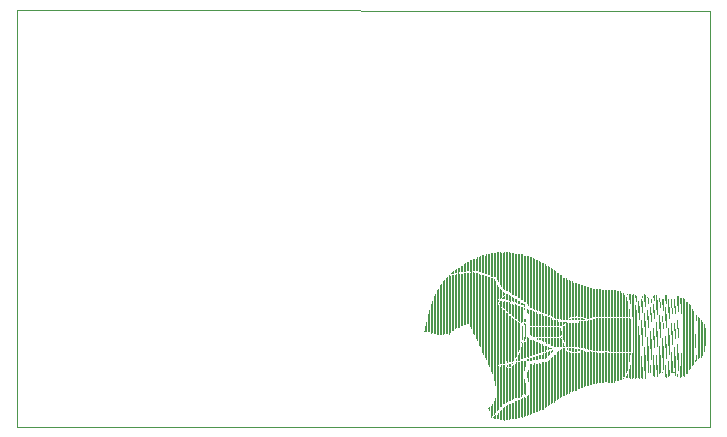
<source format=gbo>
G75*
%MOIN*%
%OFA0B0*%
%FSLAX25Y25*%
%IPPOS*%
%LPD*%
%AMOC8*
5,1,8,0,0,1.08239X$1,22.5*
%
%ADD10C,0.00000*%
%ADD11R,0.00333X0.06000*%
%ADD12R,0.00333X0.09330*%
%ADD13R,0.00334X0.11000*%
%ADD14R,0.00333X0.11660*%
%ADD15R,0.00333X0.12340*%
%ADD16R,0.00334X0.12670*%
%ADD17R,0.00333X0.13330*%
%ADD18R,0.00333X0.14000*%
%ADD19R,0.00334X0.07340*%
%ADD20R,0.00334X0.06000*%
%ADD21R,0.00333X0.02330*%
%ADD22R,0.00333X0.02000*%
%ADD23R,0.00333X0.00660*%
%ADD24R,0.00333X0.04670*%
%ADD25R,0.00334X0.13000*%
%ADD26R,0.00333X0.17670*%
%ADD27R,0.00333X0.19000*%
%ADD28R,0.00334X0.20000*%
%ADD29R,0.00333X0.21340*%
%ADD30R,0.00333X0.22000*%
%ADD31R,0.00334X0.23000*%
%ADD32R,0.00333X0.23670*%
%ADD33R,0.00333X0.24330*%
%ADD34R,0.00334X0.25000*%
%ADD35R,0.00333X0.25670*%
%ADD36R,0.00333X0.26000*%
%ADD37R,0.00334X0.26330*%
%ADD38R,0.00333X0.08330*%
%ADD39R,0.00333X0.05660*%
%ADD40R,0.00333X0.04000*%
%ADD41R,0.00334X0.04000*%
%ADD42R,0.00334X0.01660*%
%ADD43R,0.00333X0.06330*%
%ADD44R,0.00333X0.03660*%
%ADD45R,0.00333X0.05340*%
%ADD46R,0.00333X0.01000*%
%ADD47R,0.00333X0.03000*%
%ADD48R,0.00333X0.03340*%
%ADD49R,0.00334X0.04330*%
%ADD50R,0.00334X0.03000*%
%ADD51R,0.00334X0.01330*%
%ADD52R,0.00333X0.06670*%
%ADD53R,0.00333X0.02660*%
%ADD54R,0.00333X0.07000*%
%ADD55R,0.00333X0.02340*%
%ADD56R,0.00334X0.00330*%
%ADD57R,0.00334X0.05660*%
%ADD58R,0.00334X0.01670*%
%ADD59R,0.00334X0.00660*%
%ADD60R,0.00333X0.04330*%
%ADD61R,0.00334X0.08000*%
%ADD62R,0.00333X0.06340*%
%ADD63R,0.00333X0.05330*%
%ADD64R,0.00333X0.05670*%
%ADD65R,0.00334X0.05340*%
%ADD66R,0.00333X0.01340*%
%ADD67R,0.00333X0.05000*%
%ADD68R,0.00333X0.01670*%
%ADD69R,0.00334X0.06670*%
%ADD70R,0.00334X0.03340*%
%ADD71R,0.00334X0.04340*%
%ADD72R,0.00333X0.07670*%
%ADD73R,0.00333X0.03670*%
%ADD74R,0.00333X0.00330*%
%ADD75R,0.00334X0.03330*%
%ADD76R,0.00334X0.05330*%
%ADD77R,0.00333X0.09660*%
%ADD78R,0.00333X0.04660*%
%ADD79R,0.00333X0.01330*%
%ADD80R,0.00334X0.07670*%
%ADD81R,0.00334X0.04660*%
%ADD82R,0.00334X0.03670*%
%ADD83R,0.00333X0.00340*%
%ADD84R,0.00334X0.09000*%
%ADD85R,0.00333X0.02670*%
%ADD86R,0.00334X0.05000*%
%ADD87R,0.00334X0.02670*%
%ADD88R,0.00333X0.09000*%
%ADD89R,0.00334X0.06340*%
%ADD90R,0.00334X0.00340*%
%ADD91R,0.00334X0.05670*%
%ADD92R,0.00333X0.07340*%
%ADD93R,0.00334X0.04670*%
%ADD94R,0.00334X0.01000*%
%ADD95R,0.00333X0.14340*%
%ADD96R,0.00333X0.17340*%
%ADD97R,0.00333X0.22670*%
%ADD98R,0.00333X0.24340*%
%ADD99R,0.00334X0.26000*%
%ADD100R,0.00333X0.28000*%
%ADD101R,0.00333X0.08340*%
%ADD102R,0.00333X0.07660*%
%ADD103R,0.00333X0.04340*%
%ADD104R,0.00333X0.00670*%
%ADD105R,0.00333X0.11000*%
%ADD106R,0.00333X0.03330*%
%ADD107R,0.00333X0.11330*%
%ADD108R,0.00334X0.02000*%
%ADD109R,0.00334X0.11330*%
%ADD110R,0.00333X0.06660*%
%ADD111R,0.00334X0.07330*%
%ADD112R,0.00333X0.08000*%
%ADD113R,0.00334X0.08670*%
%ADD114R,0.00334X0.08330*%
%ADD115R,0.00333X0.08660*%
%ADD116R,0.00334X0.08660*%
%ADD117R,0.00333X0.09340*%
%ADD118R,0.00334X0.09340*%
%ADD119R,0.00333X0.09670*%
%ADD120R,0.00334X0.09670*%
%ADD121R,0.00334X0.10000*%
%ADD122R,0.00333X0.10000*%
%ADD123R,0.00334X0.10330*%
%ADD124R,0.00333X0.10330*%
%ADD125R,0.00334X0.09330*%
%ADD126R,0.00333X0.10670*%
%ADD127R,0.00334X0.10670*%
%ADD128R,0.00334X0.10340*%
%ADD129R,0.00333X0.10340*%
%ADD130R,0.00334X0.11660*%
%ADD131R,0.00333X0.12000*%
%ADD132R,0.00334X0.12000*%
%ADD133R,0.00333X0.11670*%
%ADD134R,0.00333X0.10660*%
%ADD135R,0.00334X0.00670*%
%ADD136R,0.00334X0.10660*%
%ADD137R,0.00333X0.12330*%
%ADD138R,0.00333X0.12670*%
%ADD139R,0.00333X0.13000*%
%ADD140R,0.00333X0.13670*%
%ADD141R,0.00334X0.13670*%
%ADD142R,0.00333X0.13660*%
%ADD143R,0.00333X0.14660*%
%ADD144R,0.00334X0.15330*%
%ADD145R,0.00334X0.07000*%
%ADD146R,0.00334X0.14000*%
%ADD147R,0.00333X0.16000*%
%ADD148R,0.00333X0.14330*%
%ADD149R,0.00333X0.01660*%
%ADD150R,0.00334X0.16330*%
%ADD151R,0.00334X0.02330*%
%ADD152R,0.00334X0.14660*%
%ADD153R,0.00333X0.15000*%
%ADD154R,0.00333X0.16330*%
%ADD155R,0.00333X0.14670*%
%ADD156R,0.00334X0.16670*%
%ADD157R,0.00334X0.15000*%
%ADD158R,0.00333X0.15330*%
%ADD159R,0.00334X0.16000*%
%ADD160R,0.00334X0.15340*%
%ADD161R,0.00333X0.15660*%
%ADD162R,0.00333X0.15670*%
%ADD163R,0.00334X0.15670*%
%ADD164R,0.00334X0.15660*%
%ADD165R,0.00334X0.02340*%
%ADD166R,0.00334X0.02660*%
%ADD167R,0.00333X0.16340*%
%ADD168R,0.00334X0.16340*%
%ADD169R,0.00333X0.15340*%
%ADD170R,0.00333X0.16660*%
%ADD171R,0.00334X0.01340*%
%ADD172R,0.00334X0.03660*%
%ADD173R,0.00333X0.16670*%
%ADD174R,0.00334X0.16660*%
%ADD175R,0.00333X0.17000*%
%ADD176R,0.00334X0.17000*%
%ADD177R,0.00334X0.06660*%
%ADD178R,0.00334X0.06330*%
%ADD179R,0.00334X0.11670*%
%ADD180R,0.00334X0.07660*%
%ADD181R,0.00334X0.14670*%
%ADD182R,0.00333X0.11340*%
%ADD183R,0.00334X0.11340*%
%ADD184R,0.00334X0.13330*%
%ADD185R,0.00334X0.12330*%
%ADD186R,0.00334X0.12660*%
%ADD187R,0.00333X0.18000*%
%ADD188R,0.00333X0.12660*%
%ADD189R,0.00334X0.13340*%
%ADD190R,0.00334X0.18330*%
%ADD191R,0.00333X0.18670*%
%ADD192R,0.00334X0.19330*%
%ADD193R,0.00333X0.19670*%
%ADD194R,0.00333X0.42000*%
%ADD195R,0.00334X0.43000*%
%ADD196R,0.00333X0.35000*%
%ADD197R,0.00333X0.34000*%
%ADD198R,0.00334X0.32660*%
%ADD199R,0.00333X0.32000*%
%ADD200R,0.00333X0.31340*%
%ADD201R,0.00334X0.30340*%
%ADD202R,0.00333X0.30000*%
%ADD203R,0.00333X0.29330*%
%ADD204R,0.00334X0.28330*%
%ADD205R,0.00333X0.27330*%
%ADD206R,0.00334X0.26660*%
%ADD207R,0.00333X0.26340*%
%ADD208R,0.00334X0.23330*%
%ADD209R,0.00333X0.22660*%
%ADD210R,0.00334X0.21330*%
%ADD211R,0.00333X0.20660*%
%ADD212R,0.00333X0.20340*%
%ADD213R,0.00334X0.19670*%
%ADD214R,0.00334X0.17330*%
%ADD215R,0.00333X0.17330*%
%ADD216R,0.00333X0.17660*%
%ADD217R,0.00334X0.17670*%
%ADD218R,0.00334X0.18000*%
%ADD219R,0.00333X0.18340*%
%ADD220R,0.00334X0.18660*%
%ADD221R,0.00334X0.17660*%
D10*
X0021800Y0021800D02*
X0021800Y0160501D01*
X0252745Y0160343D01*
X0252745Y0021800D01*
X0021800Y0021800D01*
D11*
X0177134Y0075966D03*
X0177466Y0075966D03*
X0190134Y0027966D03*
X0189466Y0027636D03*
X0189134Y0027636D03*
X0188466Y0027306D03*
X0188134Y0027306D03*
X0251466Y0051636D03*
D12*
X0251134Y0051301D03*
X0216466Y0062971D03*
X0216134Y0062971D03*
X0215466Y0062971D03*
X0215134Y0062971D03*
X0212134Y0052301D03*
X0211466Y0052301D03*
X0182134Y0075301D03*
D13*
X0208800Y0063806D03*
X0214800Y0052466D03*
X0215800Y0052466D03*
X0216800Y0052466D03*
X0217800Y0052466D03*
X0218800Y0052466D03*
X0229800Y0043466D03*
X0213800Y0041136D03*
X0186800Y0036136D03*
X0250800Y0051136D03*
D14*
X0250466Y0051136D03*
X0212466Y0041136D03*
X0212134Y0041136D03*
X0211466Y0041136D03*
X0188134Y0037136D03*
X0207466Y0064136D03*
X0183466Y0074136D03*
D15*
X0208134Y0040136D03*
X0208466Y0040136D03*
X0250134Y0051136D03*
D16*
X0249800Y0051301D03*
X0207800Y0039971D03*
D17*
X0249466Y0051301D03*
X0186134Y0073301D03*
X0161466Y0059301D03*
D18*
X0187466Y0072636D03*
X0205134Y0064306D03*
X0205466Y0039636D03*
X0249134Y0051306D03*
D19*
X0248800Y0047636D03*
X0224800Y0042636D03*
D20*
X0226800Y0040966D03*
X0232800Y0042636D03*
X0238800Y0043636D03*
X0248800Y0055636D03*
X0191800Y0047636D03*
X0188800Y0027636D03*
D21*
X0191466Y0042801D03*
X0197466Y0047801D03*
X0200466Y0056471D03*
X0201134Y0056471D03*
X0184134Y0062471D03*
X0170466Y0074471D03*
X0158134Y0054471D03*
X0236466Y0062471D03*
X0240466Y0060471D03*
X0243134Y0063801D03*
X0248466Y0044801D03*
D22*
X0239466Y0039636D03*
X0237466Y0055306D03*
X0232466Y0063636D03*
X0234466Y0064636D03*
X0228466Y0064306D03*
X0226134Y0064966D03*
X0248466Y0057966D03*
X0202134Y0056306D03*
X0201466Y0056306D03*
X0199466Y0050306D03*
X0199134Y0050306D03*
X0198466Y0045636D03*
X0198134Y0045306D03*
X0197466Y0045306D03*
X0192134Y0038966D03*
X0182466Y0025306D03*
X0183466Y0062636D03*
X0185134Y0064966D03*
X0185466Y0064966D03*
X0170134Y0074306D03*
D23*
X0184134Y0064636D03*
X0182466Y0063636D03*
X0190134Y0062636D03*
X0190466Y0062636D03*
X0207134Y0057636D03*
X0207466Y0057636D03*
X0208134Y0057636D03*
X0208466Y0057636D03*
X0209134Y0057636D03*
X0209466Y0057636D03*
X0210134Y0057636D03*
X0210466Y0057636D03*
X0205466Y0047636D03*
X0200134Y0046636D03*
X0248134Y0043636D03*
D24*
X0248134Y0050301D03*
X0240466Y0051301D03*
X0238466Y0056971D03*
X0238134Y0059301D03*
X0239134Y0061971D03*
X0231134Y0057301D03*
X0194466Y0047971D03*
X0188466Y0059971D03*
X0175466Y0075971D03*
X0185134Y0026301D03*
D25*
X0206800Y0039806D03*
X0205800Y0064136D03*
X0247800Y0051136D03*
D26*
X0247466Y0051471D03*
X0169466Y0063801D03*
X0169134Y0063801D03*
X0168134Y0063471D03*
X0164134Y0061471D03*
D27*
X0165466Y0062136D03*
X0166466Y0062466D03*
X0173466Y0063806D03*
X0183134Y0052136D03*
X0247134Y0051466D03*
D28*
X0246800Y0051636D03*
X0228800Y0047966D03*
D29*
X0246466Y0051636D03*
D30*
X0246134Y0051636D03*
X0175134Y0061966D03*
D31*
X0245800Y0051466D03*
D32*
X0245466Y0051471D03*
X0176134Y0060801D03*
D33*
X0176466Y0060471D03*
X0245134Y0051471D03*
D34*
X0244800Y0051466D03*
X0176800Y0060136D03*
D35*
X0177134Y0059471D03*
X0244466Y0051471D03*
D36*
X0244134Y0051636D03*
D37*
X0243800Y0051471D03*
D38*
X0243466Y0042471D03*
X0231134Y0044471D03*
X0209134Y0052471D03*
X0208466Y0052471D03*
X0208134Y0052471D03*
X0207466Y0052471D03*
X0207134Y0052471D03*
X0206466Y0052471D03*
X0206134Y0052471D03*
X0205466Y0052471D03*
X0223466Y0062471D03*
X0224134Y0062471D03*
D39*
X0225466Y0061136D03*
X0235466Y0051136D03*
X0243466Y0062136D03*
X0193466Y0048136D03*
X0193134Y0048136D03*
X0187466Y0027136D03*
D40*
X0184134Y0025966D03*
X0180466Y0027306D03*
X0190134Y0046306D03*
X0195134Y0047966D03*
X0195466Y0047966D03*
X0196466Y0057306D03*
X0197134Y0057306D03*
X0186134Y0061306D03*
X0182466Y0066306D03*
X0174466Y0075636D03*
X0174134Y0075636D03*
X0229134Y0061636D03*
X0230466Y0061636D03*
X0231466Y0063636D03*
X0239466Y0059636D03*
X0232466Y0056636D03*
X0234466Y0049966D03*
X0238134Y0049966D03*
X0240466Y0041636D03*
X0243134Y0039966D03*
X0235466Y0040306D03*
D41*
X0231800Y0040306D03*
X0241800Y0040306D03*
X0242800Y0050306D03*
X0239800Y0057306D03*
X0196800Y0057306D03*
X0190800Y0053636D03*
X0186800Y0060966D03*
X0180800Y0027636D03*
D42*
X0196800Y0045136D03*
X0202800Y0056136D03*
X0203800Y0056136D03*
X0236800Y0060136D03*
X0242800Y0058136D03*
D43*
X0242466Y0043471D03*
X0236466Y0042801D03*
X0191466Y0028471D03*
X0159134Y0056471D03*
X0178134Y0075801D03*
D44*
X0186466Y0061136D03*
X0197466Y0057136D03*
X0191134Y0042136D03*
X0158466Y0055136D03*
X0232134Y0059136D03*
X0242466Y0053136D03*
D45*
X0242134Y0046636D03*
X0242466Y0062636D03*
X0204466Y0052636D03*
X0186134Y0026636D03*
D46*
X0181134Y0024806D03*
X0186134Y0042136D03*
X0186466Y0042136D03*
X0193134Y0044136D03*
X0193466Y0044136D03*
X0194134Y0044466D03*
X0194466Y0044466D03*
X0199134Y0047806D03*
X0197134Y0050806D03*
X0204134Y0056136D03*
X0206134Y0047466D03*
X0206466Y0047466D03*
X0208134Y0047136D03*
X0208466Y0047136D03*
X0191466Y0057136D03*
X0191134Y0057136D03*
X0189466Y0063136D03*
X0189134Y0063136D03*
X0188134Y0063806D03*
X0184466Y0064806D03*
X0168134Y0073466D03*
X0167466Y0073136D03*
X0228134Y0065136D03*
X0242134Y0038806D03*
D47*
X0226134Y0039466D03*
X0226134Y0044806D03*
X0242134Y0055806D03*
X0234466Y0059136D03*
X0233466Y0058136D03*
X0234134Y0061136D03*
X0238466Y0064136D03*
X0240134Y0062806D03*
X0241134Y0062806D03*
X0203134Y0049806D03*
X0202466Y0049806D03*
X0202134Y0049806D03*
X0201466Y0049806D03*
X0201134Y0049806D03*
X0196466Y0047806D03*
X0193466Y0053466D03*
X0199134Y0056806D03*
X0199466Y0056806D03*
X0185134Y0061806D03*
X0172466Y0075136D03*
X0172134Y0075136D03*
X0171466Y0074806D03*
X0183134Y0025466D03*
D48*
X0183466Y0025636D03*
X0185466Y0061636D03*
X0242134Y0063636D03*
X0241466Y0052636D03*
D49*
X0241800Y0049801D03*
X0230800Y0059801D03*
X0225800Y0060471D03*
X0238800Y0063471D03*
X0195800Y0057471D03*
X0174800Y0075801D03*
D50*
X0184800Y0062136D03*
X0193800Y0053466D03*
X0198800Y0056806D03*
X0202800Y0049806D03*
X0189800Y0045806D03*
X0228800Y0063136D03*
X0233800Y0063136D03*
X0241800Y0058136D03*
D51*
X0239800Y0063971D03*
X0241800Y0064301D03*
X0230800Y0064971D03*
X0207800Y0047301D03*
X0206800Y0047301D03*
X0193800Y0044301D03*
X0187800Y0063971D03*
X0181800Y0024971D03*
D52*
X0191134Y0028301D03*
X0192466Y0028971D03*
X0192134Y0048301D03*
X0225134Y0042971D03*
X0237134Y0047971D03*
X0241466Y0041971D03*
X0178466Y0075971D03*
D53*
X0171134Y0074636D03*
X0200134Y0056636D03*
X0193134Y0053636D03*
X0203466Y0049636D03*
X0226134Y0059636D03*
X0231134Y0064636D03*
X0241466Y0060636D03*
D54*
X0233466Y0047466D03*
X0234134Y0042136D03*
X0240134Y0043136D03*
X0241134Y0044806D03*
X0179466Y0075806D03*
X0179134Y0075806D03*
D55*
X0200134Y0050136D03*
X0189466Y0045136D03*
X0241134Y0055136D03*
D56*
X0240800Y0039801D03*
X0210800Y0057471D03*
X0204800Y0056471D03*
X0199800Y0047801D03*
X0190800Y0062471D03*
X0183800Y0064471D03*
X0182800Y0062801D03*
X0166800Y0072801D03*
X0157800Y0053471D03*
X0180800Y0024801D03*
D57*
X0187800Y0027136D03*
X0190800Y0047136D03*
X0240800Y0048136D03*
D58*
X0240800Y0057801D03*
X0234800Y0038801D03*
X0198800Y0045801D03*
X0195800Y0044801D03*
X0191800Y0043471D03*
X0198800Y0050471D03*
X0186800Y0064471D03*
X0185800Y0064801D03*
X0184800Y0064801D03*
X0168800Y0073801D03*
D59*
X0206800Y0057636D03*
X0207800Y0057636D03*
X0208800Y0057636D03*
X0209800Y0057636D03*
X0240800Y0063636D03*
D60*
X0240134Y0054471D03*
X0238134Y0040471D03*
X0234466Y0040471D03*
X0196134Y0057471D03*
X0195466Y0057471D03*
X0187466Y0060471D03*
X0187134Y0060801D03*
X0175134Y0075801D03*
X0192466Y0038801D03*
D61*
X0239800Y0045636D03*
X0180800Y0075636D03*
D62*
X0192466Y0048136D03*
X0190466Y0028136D03*
X0239466Y0049136D03*
D63*
X0236466Y0053971D03*
X0231466Y0054301D03*
X0239134Y0040971D03*
X0193466Y0057971D03*
X0193134Y0057971D03*
X0190134Y0058971D03*
X0189466Y0059301D03*
X0191134Y0047301D03*
X0191466Y0047301D03*
X0190466Y0046971D03*
X0187134Y0026971D03*
X0176466Y0075971D03*
D64*
X0225466Y0043471D03*
X0233134Y0050801D03*
X0230466Y0051801D03*
X0239134Y0051801D03*
D65*
X0238800Y0054636D03*
D66*
X0233466Y0063636D03*
X0198134Y0050636D03*
X0197466Y0050636D03*
X0195466Y0044636D03*
X0195134Y0044636D03*
X0179466Y0027636D03*
X0225466Y0038636D03*
X0238466Y0038636D03*
X0188466Y0063636D03*
X0168466Y0073636D03*
D67*
X0176134Y0075806D03*
X0188134Y0060136D03*
X0189134Y0059466D03*
X0190466Y0059136D03*
X0194134Y0057806D03*
X0191466Y0053466D03*
X0194134Y0048136D03*
X0191134Y0035136D03*
X0181466Y0028806D03*
X0185466Y0026466D03*
X0186466Y0026806D03*
X0230134Y0054806D03*
X0235134Y0054136D03*
X0235466Y0061466D03*
X0235134Y0063136D03*
X0238466Y0046806D03*
X0235134Y0043136D03*
D68*
X0237134Y0057801D03*
X0237134Y0063471D03*
X0238134Y0064801D03*
X0198466Y0050471D03*
X0198134Y0047801D03*
X0189134Y0044801D03*
X0183134Y0062801D03*
X0186134Y0064801D03*
X0186466Y0064471D03*
X0169134Y0073801D03*
D69*
X0192800Y0028971D03*
X0237800Y0042301D03*
D70*
X0237800Y0052636D03*
X0233800Y0055636D03*
X0201800Y0049636D03*
D71*
X0194800Y0048136D03*
X0235800Y0059136D03*
X0237800Y0061136D03*
D72*
X0232134Y0047801D03*
X0237466Y0044801D03*
X0231466Y0041801D03*
X0224466Y0042471D03*
X0180466Y0075801D03*
X0180134Y0075801D03*
D73*
X0173466Y0075471D03*
X0173134Y0075471D03*
X0230466Y0039801D03*
X0234134Y0052801D03*
X0237466Y0062471D03*
X0191466Y0034471D03*
X0180134Y0026801D03*
D74*
X0179134Y0027801D03*
X0187134Y0042801D03*
X0190134Y0049801D03*
X0199466Y0047801D03*
X0204466Y0048471D03*
X0203466Y0051471D03*
X0206134Y0057471D03*
X0206466Y0057471D03*
X0225466Y0065801D03*
X0232134Y0064801D03*
X0237134Y0039801D03*
X0224134Y0037801D03*
D75*
X0236800Y0041301D03*
X0234800Y0063971D03*
X0202800Y0053301D03*
X0201800Y0053301D03*
X0200800Y0053301D03*
X0199800Y0053301D03*
X0198800Y0053301D03*
X0197800Y0053301D03*
X0196800Y0053301D03*
X0195800Y0053301D03*
X0194800Y0053301D03*
X0195800Y0047971D03*
X0172800Y0075301D03*
D76*
X0176800Y0075971D03*
X0189800Y0059301D03*
X0158800Y0055971D03*
X0186800Y0026971D03*
X0236800Y0051301D03*
D77*
X0236134Y0044136D03*
X0214466Y0063136D03*
X0214134Y0063136D03*
D78*
X0229466Y0059636D03*
X0236134Y0056636D03*
X0195134Y0057636D03*
X0194466Y0057636D03*
D79*
X0192134Y0060301D03*
X0187134Y0064301D03*
X0184134Y0065971D03*
X0191134Y0050971D03*
X0196134Y0044971D03*
X0196466Y0044971D03*
X0199466Y0046301D03*
X0198466Y0047971D03*
X0207134Y0047301D03*
X0207466Y0047301D03*
X0236134Y0063971D03*
X0181466Y0024971D03*
D80*
X0235800Y0047801D03*
X0179800Y0075801D03*
D81*
X0194800Y0057636D03*
X0190800Y0041636D03*
X0234800Y0046636D03*
D82*
X0234800Y0056801D03*
X0231800Y0061471D03*
X0185800Y0061471D03*
X0173800Y0075471D03*
X0183800Y0025801D03*
D83*
X0185466Y0042136D03*
X0195466Y0051136D03*
X0191134Y0056136D03*
X0191134Y0062136D03*
X0210134Y0047136D03*
X0210466Y0047136D03*
X0230466Y0065136D03*
X0234134Y0065136D03*
D84*
X0221800Y0062806D03*
X0220800Y0062806D03*
X0219800Y0062806D03*
X0218800Y0062806D03*
X0217800Y0062806D03*
X0210800Y0052466D03*
X0209800Y0052466D03*
X0222800Y0041806D03*
X0233800Y0044136D03*
D85*
X0233134Y0040971D03*
X0233134Y0060301D03*
X0230134Y0062971D03*
X0203134Y0053301D03*
X0200466Y0049971D03*
X0197134Y0047971D03*
X0184466Y0062301D03*
X0183466Y0065971D03*
D86*
X0188800Y0059806D03*
X0190800Y0059136D03*
X0193800Y0057806D03*
X0193800Y0048136D03*
X0185800Y0026466D03*
X0232800Y0053806D03*
X0226800Y0063466D03*
D87*
X0232800Y0062301D03*
X0200800Y0049971D03*
X0196800Y0047971D03*
X0171800Y0074971D03*
D88*
X0189466Y0051806D03*
X0209466Y0052466D03*
X0210134Y0052466D03*
X0210466Y0052466D03*
X0211134Y0052466D03*
X0217134Y0062806D03*
X0217466Y0062806D03*
X0218134Y0062806D03*
X0218466Y0062806D03*
X0219134Y0062806D03*
X0219466Y0062806D03*
X0220134Y0062806D03*
X0220466Y0062806D03*
X0221134Y0062806D03*
X0221466Y0062806D03*
X0232466Y0044136D03*
X0223466Y0041806D03*
X0223134Y0041806D03*
D89*
X0231800Y0051136D03*
X0192800Y0048136D03*
X0190800Y0028136D03*
D90*
X0200800Y0047136D03*
X0195800Y0051136D03*
X0184800Y0066136D03*
X0224800Y0038136D03*
X0230800Y0038136D03*
D91*
X0230800Y0048801D03*
D92*
X0230134Y0041636D03*
D93*
X0225800Y0043971D03*
X0229800Y0057301D03*
X0187800Y0060301D03*
X0175800Y0075971D03*
X0184800Y0026301D03*
D94*
X0185800Y0042136D03*
X0188800Y0044466D03*
X0192800Y0044136D03*
X0198800Y0047806D03*
X0199800Y0046466D03*
X0196800Y0050806D03*
X0192800Y0052806D03*
X0203800Y0051806D03*
X0203800Y0054466D03*
X0205800Y0047466D03*
X0208800Y0047136D03*
X0188800Y0063466D03*
X0225800Y0065466D03*
X0229800Y0063466D03*
D95*
X0229466Y0045136D03*
D96*
X0229134Y0046636D03*
D97*
X0228466Y0049301D03*
D98*
X0228134Y0050136D03*
D99*
X0227800Y0050966D03*
D100*
X0227466Y0051966D03*
X0178466Y0057966D03*
D101*
X0227134Y0042136D03*
D102*
X0227134Y0062136D03*
X0224466Y0062136D03*
X0159466Y0057136D03*
D103*
X0190466Y0053136D03*
X0204134Y0053136D03*
X0226466Y0040136D03*
X0184466Y0026136D03*
X0181134Y0028136D03*
D104*
X0185466Y0043301D03*
X0188466Y0043971D03*
X0192134Y0043971D03*
X0192466Y0043971D03*
X0200466Y0046971D03*
X0196466Y0050971D03*
X0196134Y0050971D03*
X0204466Y0056301D03*
X0209134Y0047301D03*
X0209466Y0047301D03*
X0225134Y0038301D03*
X0226466Y0045971D03*
X0191134Y0060971D03*
X0184466Y0065971D03*
X0167134Y0072971D03*
D105*
X0183134Y0074466D03*
X0208466Y0064136D03*
X0209134Y0063806D03*
X0209466Y0063806D03*
X0215134Y0052466D03*
X0215466Y0052466D03*
X0216134Y0052466D03*
X0216466Y0052466D03*
X0217134Y0052466D03*
X0217466Y0052466D03*
X0218134Y0052466D03*
X0218466Y0052466D03*
X0219134Y0052466D03*
X0226466Y0052136D03*
X0213466Y0041136D03*
X0186466Y0035806D03*
X0186134Y0035806D03*
D106*
X0196134Y0047971D03*
X0196134Y0053301D03*
X0196466Y0053301D03*
X0197134Y0053301D03*
X0197466Y0053301D03*
X0198134Y0053301D03*
X0198466Y0053301D03*
X0199134Y0053301D03*
X0199466Y0053301D03*
X0200134Y0053301D03*
X0200466Y0053301D03*
X0201134Y0053301D03*
X0201466Y0053301D03*
X0202134Y0053301D03*
X0202466Y0053301D03*
X0198466Y0056971D03*
X0198134Y0056971D03*
X0195466Y0053301D03*
X0195134Y0053301D03*
X0194466Y0053301D03*
X0194134Y0053301D03*
X0183134Y0065971D03*
X0226466Y0064301D03*
D107*
X0226134Y0052301D03*
X0225466Y0052301D03*
X0225134Y0052301D03*
X0224466Y0052301D03*
X0224134Y0052301D03*
X0223466Y0052301D03*
X0223134Y0052301D03*
X0222466Y0052301D03*
X0222134Y0052301D03*
X0221466Y0052301D03*
X0221134Y0052301D03*
X0220466Y0052301D03*
X0220134Y0052301D03*
X0219466Y0052301D03*
X0213134Y0041301D03*
X0190466Y0037971D03*
X0187134Y0036301D03*
X0208134Y0063971D03*
D108*
X0201800Y0056306D03*
X0197800Y0047966D03*
X0197800Y0045306D03*
X0191800Y0053966D03*
X0191800Y0057306D03*
X0183800Y0065966D03*
X0169800Y0074306D03*
X0225800Y0038966D03*
X0191800Y0033966D03*
X0179800Y0027306D03*
D109*
X0212800Y0041301D03*
X0219800Y0052301D03*
X0220800Y0052301D03*
X0221800Y0052301D03*
X0222800Y0052301D03*
X0223800Y0052301D03*
X0224800Y0052301D03*
X0225800Y0052301D03*
D110*
X0225134Y0061636D03*
X0192134Y0028636D03*
D111*
X0224800Y0061971D03*
D112*
X0205134Y0052306D03*
X0224134Y0042306D03*
X0181466Y0075636D03*
X0181134Y0075636D03*
D113*
X0223800Y0041971D03*
D114*
X0208800Y0052471D03*
X0207800Y0052471D03*
X0206800Y0052471D03*
X0205800Y0052471D03*
X0223800Y0062471D03*
D115*
X0223134Y0062636D03*
X0222466Y0062636D03*
X0222134Y0062636D03*
D116*
X0222800Y0062636D03*
X0181800Y0075636D03*
X0159800Y0057636D03*
D117*
X0221466Y0041636D03*
X0222134Y0041636D03*
X0222466Y0041636D03*
D118*
X0221800Y0041636D03*
D119*
X0221134Y0041471D03*
X0220466Y0041471D03*
X0220134Y0041471D03*
X0219466Y0041471D03*
X0219134Y0041471D03*
X0212466Y0052471D03*
X0160134Y0057801D03*
D120*
X0212800Y0052471D03*
X0219800Y0041471D03*
X0220800Y0041471D03*
D121*
X0218800Y0041636D03*
X0213800Y0062966D03*
D122*
X0213466Y0062966D03*
X0213134Y0062966D03*
X0213134Y0052306D03*
X0213466Y0052306D03*
X0218134Y0041636D03*
X0218466Y0041636D03*
X0189134Y0051636D03*
X0182466Y0074966D03*
D123*
X0213800Y0052471D03*
X0215800Y0041471D03*
X0216800Y0041471D03*
X0217800Y0041471D03*
D124*
X0217466Y0041471D03*
X0217134Y0041471D03*
X0216466Y0041471D03*
X0216134Y0041471D03*
X0215466Y0041471D03*
D125*
X0211800Y0052301D03*
X0214800Y0062971D03*
X0215800Y0062971D03*
X0216800Y0062971D03*
D126*
X0211466Y0063301D03*
X0211134Y0063301D03*
X0214134Y0052301D03*
X0214466Y0052301D03*
X0214466Y0041301D03*
X0214134Y0041301D03*
X0215134Y0041301D03*
X0160466Y0058301D03*
D127*
X0188800Y0051301D03*
X0210800Y0063301D03*
X0214800Y0041301D03*
D128*
X0212800Y0063136D03*
X0211800Y0063136D03*
D129*
X0212134Y0063136D03*
X0212466Y0063136D03*
D130*
X0207800Y0064136D03*
X0211800Y0041136D03*
D131*
X0211134Y0040966D03*
X0210134Y0040636D03*
X0209134Y0040306D03*
X0188466Y0037306D03*
X0185134Y0035636D03*
X0188466Y0050966D03*
X0206466Y0064306D03*
X0207134Y0064306D03*
D132*
X0206800Y0064306D03*
X0183800Y0073966D03*
X0209800Y0040636D03*
X0208800Y0040306D03*
X0210800Y0040966D03*
X0188800Y0037306D03*
X0187800Y0036966D03*
D133*
X0189134Y0037471D03*
X0189466Y0037471D03*
X0190134Y0037801D03*
X0210466Y0040801D03*
D134*
X0210466Y0063636D03*
X0210134Y0063636D03*
D135*
X0189800Y0062971D03*
X0167800Y0073301D03*
X0209800Y0047301D03*
X0186800Y0042301D03*
D136*
X0209800Y0063636D03*
X0182800Y0074636D03*
D137*
X0184134Y0073801D03*
X0209466Y0040471D03*
D138*
X0207466Y0039971D03*
X0188134Y0050971D03*
X0206134Y0064301D03*
X0161134Y0058971D03*
D139*
X0185134Y0073466D03*
X0185466Y0073466D03*
X0206466Y0039806D03*
X0207134Y0039806D03*
X0184466Y0035806D03*
X0184134Y0035806D03*
D140*
X0183466Y0035471D03*
X0206134Y0039801D03*
X0187134Y0072801D03*
D141*
X0187800Y0050801D03*
X0205800Y0039801D03*
D142*
X0183134Y0035136D03*
X0205466Y0064136D03*
X0186466Y0073136D03*
D143*
X0187134Y0050636D03*
X0205134Y0039636D03*
X0182466Y0034636D03*
D144*
X0204800Y0039971D03*
X0190800Y0071301D03*
D145*
X0178800Y0075806D03*
X0204800Y0052136D03*
X0192800Y0038466D03*
D146*
X0182800Y0034966D03*
X0161800Y0059636D03*
X0186800Y0072966D03*
X0187800Y0072636D03*
X0204800Y0064306D03*
D147*
X0201134Y0065966D03*
X0200466Y0066306D03*
X0200134Y0066636D03*
X0199466Y0066966D03*
X0192134Y0070636D03*
X0204134Y0039966D03*
X0204466Y0039966D03*
X0203466Y0039636D03*
X0202466Y0038966D03*
X0202134Y0038636D03*
X0196134Y0034966D03*
D148*
X0187466Y0050801D03*
X0204134Y0064471D03*
X0204466Y0064471D03*
X0188466Y0072471D03*
X0188134Y0072471D03*
D149*
X0187466Y0064136D03*
X0192466Y0060136D03*
X0202466Y0056136D03*
X0203134Y0056136D03*
X0203466Y0056136D03*
X0203466Y0053136D03*
X0204134Y0049136D03*
X0199134Y0046136D03*
X0197134Y0045136D03*
X0182134Y0025136D03*
X0169466Y0074136D03*
D150*
X0197800Y0067801D03*
X0203800Y0039801D03*
X0194800Y0034801D03*
D151*
X0182800Y0025471D03*
X0203800Y0049471D03*
X0200800Y0056471D03*
X0192800Y0059471D03*
X0183800Y0062471D03*
D152*
X0203800Y0064636D03*
D153*
X0203466Y0064806D03*
X0162134Y0059806D03*
X0198466Y0035806D03*
X0199134Y0036136D03*
X0199466Y0036466D03*
D154*
X0195466Y0034801D03*
X0195134Y0034801D03*
X0194134Y0034471D03*
X0203134Y0039471D03*
X0185134Y0051801D03*
X0198466Y0067471D03*
D155*
X0203134Y0064971D03*
X0189466Y0071971D03*
X0189134Y0071971D03*
D156*
X0196800Y0068301D03*
X0202800Y0039301D03*
X0193800Y0034301D03*
D157*
X0198800Y0036136D03*
X0186800Y0050806D03*
X0202800Y0065136D03*
X0189800Y0071806D03*
D158*
X0202134Y0065301D03*
X0202466Y0065301D03*
X0186466Y0050971D03*
X0200134Y0036971D03*
X0200466Y0037301D03*
D159*
X0201800Y0038306D03*
X0196800Y0035306D03*
X0195800Y0034966D03*
X0162800Y0060306D03*
X0199800Y0066636D03*
D160*
X0201800Y0065636D03*
X0199800Y0036636D03*
X0197800Y0035636D03*
D161*
X0196466Y0035136D03*
X0201466Y0038136D03*
X0186134Y0051136D03*
X0162466Y0060136D03*
X0191134Y0071136D03*
X0191466Y0071136D03*
D162*
X0201466Y0065801D03*
X0185466Y0051801D03*
X0201134Y0037801D03*
X0197466Y0035471D03*
X0197134Y0035471D03*
D163*
X0200800Y0037471D03*
X0191800Y0070801D03*
D164*
X0200800Y0066136D03*
D165*
X0199800Y0050136D03*
D166*
X0199800Y0056636D03*
X0170800Y0074636D03*
D167*
X0199134Y0067136D03*
D168*
X0198800Y0067136D03*
X0185800Y0051136D03*
D169*
X0198134Y0035636D03*
X0190466Y0071636D03*
X0190134Y0071636D03*
D170*
X0196134Y0068636D03*
X0198134Y0067636D03*
X0163134Y0060636D03*
X0194466Y0034636D03*
D171*
X0194800Y0044636D03*
X0197800Y0050636D03*
D172*
X0197800Y0057136D03*
X0182800Y0066136D03*
D173*
X0192466Y0070301D03*
X0195134Y0068971D03*
X0196466Y0068301D03*
X0197134Y0067971D03*
X0197466Y0067971D03*
X0193466Y0034301D03*
D174*
X0195800Y0068636D03*
D175*
X0195466Y0068806D03*
X0194466Y0069136D03*
X0194134Y0069466D03*
X0193466Y0069806D03*
X0193134Y0069806D03*
X0172466Y0064466D03*
X0172134Y0064466D03*
X0163466Y0060806D03*
X0193134Y0034136D03*
D176*
X0184800Y0051806D03*
X0171800Y0064466D03*
X0192800Y0069806D03*
X0193800Y0069466D03*
X0194800Y0069136D03*
D177*
X0191800Y0028636D03*
D178*
X0189800Y0027801D03*
X0190800Y0035471D03*
X0177800Y0075801D03*
D179*
X0160800Y0058801D03*
X0189800Y0037801D03*
D180*
X0189800Y0052136D03*
D181*
X0188800Y0072301D03*
D182*
X0187466Y0036636D03*
X0185466Y0035636D03*
D183*
X0185800Y0035636D03*
D184*
X0185800Y0073301D03*
D185*
X0184800Y0035801D03*
D186*
X0184800Y0073636D03*
D187*
X0173134Y0063966D03*
X0168466Y0063636D03*
X0164466Y0061636D03*
X0184134Y0051636D03*
X0184466Y0051636D03*
D188*
X0184466Y0073636D03*
D189*
X0183800Y0035636D03*
D190*
X0183800Y0051801D03*
X0164800Y0061801D03*
D191*
X0165134Y0061971D03*
X0167134Y0062971D03*
X0183466Y0051971D03*
D192*
X0182800Y0052301D03*
X0165800Y0062301D03*
D193*
X0166134Y0062471D03*
X0182466Y0052471D03*
D194*
X0182134Y0047966D03*
D195*
X0181800Y0048136D03*
D196*
X0181466Y0052806D03*
D197*
X0181134Y0053966D03*
D198*
X0180800Y0054636D03*
D199*
X0180466Y0055306D03*
D200*
X0180134Y0055636D03*
D201*
X0179800Y0056136D03*
D202*
X0179466Y0056636D03*
D203*
X0179134Y0056971D03*
D204*
X0178800Y0057471D03*
D205*
X0178134Y0058301D03*
D206*
X0177800Y0058636D03*
D207*
X0177466Y0059136D03*
D208*
X0175800Y0061301D03*
D209*
X0175466Y0061636D03*
D210*
X0174800Y0062301D03*
D211*
X0174466Y0062636D03*
D212*
X0174134Y0063136D03*
D213*
X0173800Y0063471D03*
D214*
X0172800Y0064301D03*
X0170800Y0064301D03*
X0169800Y0063971D03*
D215*
X0170134Y0063971D03*
X0171134Y0064301D03*
X0171466Y0064301D03*
D216*
X0170466Y0064136D03*
D217*
X0168800Y0063801D03*
D218*
X0167800Y0063306D03*
D219*
X0167466Y0063136D03*
D220*
X0166800Y0062636D03*
D221*
X0163800Y0061136D03*
M02*

</source>
